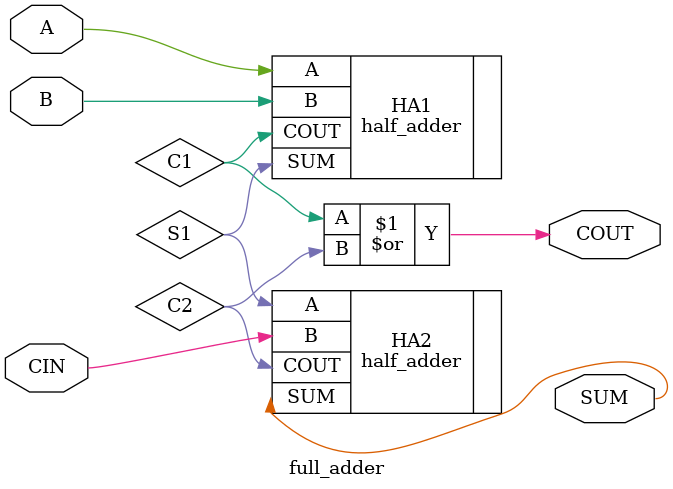
<source format=v>
`timescale 1ns / 1ps

module full_adder(input A,
                  input B,
                  input CIN,
                  output SUM,
                  output COUT
);
    wire S1, C1, C2;
    
    half_adder HA1 (.A(A), .B(B), .SUM(S1), .COUT(C1));
    half_adder HA2 (.A(S1), .B(CIN), .SUM(SUM), .COUT(C2));
    
    or G1 (COUT, C1, C2);  // OR gate for COUT
endmodule

</source>
